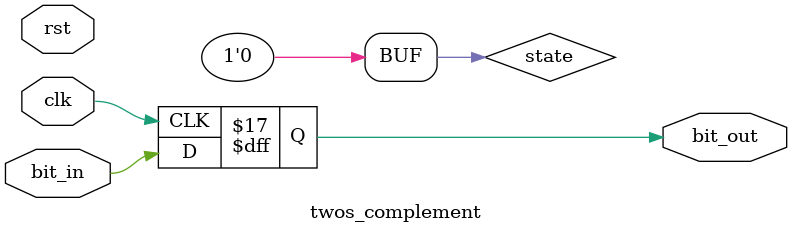
<source format=v>
/*
    Assignment   :  4
    Problem      :  1
    Semester     :  Autumn 2020
    Group        :  G9
    Members      :  Akshat Shukla(18CS10002)
                    Animesh Barua(18CS10003)
*/
module twos_complement(bit_in, bit_out, clk, rst);

    input bit_in;
    output reg bit_out;
    input clk, rst;

    reg state;      //state to keep track ifwe encountered a one till now

    always @(rst) begin
        state = 0;
    end

    always @(posedge(clk)) begin
        if(state == 1'b0) begin //if state is 0 we return the same bit
            bit_out = bit_in;
            if(bit_in)          //update state on encountering 1
                state = 1'b1;
        end
        else begin              // is state is 1 we return the negated bit
            bit_out = !bit_in;
        end
    end

endmodule
</source>
